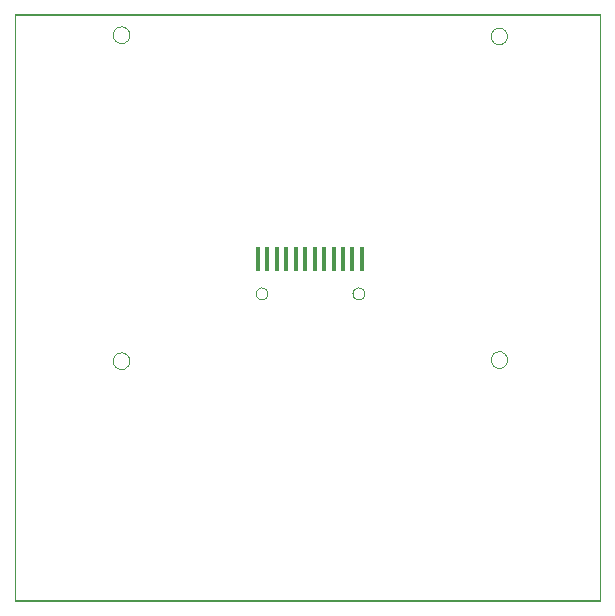
<source format=gtp>
G75*
G70*
%OFA0B0*%
%FSLAX24Y24*%
%IPPOS*%
%LPD*%
%AMOC8*
5,1,8,0,0,1.08239X$1,22.5*
%
%ADD10C,0.0000*%
%ADD11R,0.0157X0.0787*%
D10*
X000736Y000100D02*
X000736Y019663D01*
X020252Y019663D01*
X020252Y000100D01*
X000736Y000100D01*
X000750Y000128D02*
X000750Y019628D01*
X020250Y019628D01*
X020250Y000128D01*
X000750Y000128D01*
X004004Y008120D02*
X004006Y008153D01*
X004012Y008185D01*
X004021Y008216D01*
X004034Y008246D01*
X004051Y008274D01*
X004071Y008300D01*
X004094Y008324D01*
X004119Y008344D01*
X004147Y008362D01*
X004176Y008376D01*
X004207Y008386D01*
X004239Y008393D01*
X004272Y008396D01*
X004305Y008395D01*
X004337Y008390D01*
X004368Y008381D01*
X004399Y008369D01*
X004427Y008353D01*
X004454Y008334D01*
X004478Y008312D01*
X004499Y008287D01*
X004518Y008260D01*
X004533Y008231D01*
X004544Y008201D01*
X004552Y008169D01*
X004556Y008136D01*
X004556Y008104D01*
X004552Y008071D01*
X004544Y008039D01*
X004533Y008009D01*
X004518Y007980D01*
X004499Y007953D01*
X004478Y007928D01*
X004454Y007906D01*
X004427Y007887D01*
X004399Y007871D01*
X004368Y007859D01*
X004337Y007850D01*
X004305Y007845D01*
X004272Y007844D01*
X004239Y007847D01*
X004207Y007854D01*
X004176Y007864D01*
X004147Y007878D01*
X004119Y007896D01*
X004094Y007916D01*
X004071Y007940D01*
X004051Y007966D01*
X004034Y007994D01*
X004021Y008024D01*
X004012Y008055D01*
X004006Y008087D01*
X004004Y008120D01*
X008768Y010364D02*
X008770Y010391D01*
X008776Y010418D01*
X008785Y010444D01*
X008798Y010468D01*
X008814Y010491D01*
X008833Y010510D01*
X008855Y010527D01*
X008879Y010541D01*
X008904Y010551D01*
X008931Y010558D01*
X008958Y010561D01*
X008986Y010560D01*
X009013Y010555D01*
X009039Y010547D01*
X009063Y010535D01*
X009086Y010519D01*
X009107Y010501D01*
X009124Y010480D01*
X009139Y010456D01*
X009150Y010431D01*
X009158Y010405D01*
X009162Y010378D01*
X009162Y010350D01*
X009158Y010323D01*
X009150Y010297D01*
X009139Y010272D01*
X009124Y010248D01*
X009107Y010227D01*
X009086Y010209D01*
X009064Y010193D01*
X009039Y010181D01*
X009013Y010173D01*
X008986Y010168D01*
X008958Y010167D01*
X008931Y010170D01*
X008904Y010177D01*
X008879Y010187D01*
X008855Y010201D01*
X008833Y010218D01*
X008814Y010237D01*
X008798Y010260D01*
X008785Y010284D01*
X008776Y010310D01*
X008770Y010337D01*
X008768Y010364D01*
X011996Y010364D02*
X011998Y010391D01*
X012004Y010418D01*
X012013Y010444D01*
X012026Y010468D01*
X012042Y010491D01*
X012061Y010510D01*
X012083Y010527D01*
X012107Y010541D01*
X012132Y010551D01*
X012159Y010558D01*
X012186Y010561D01*
X012214Y010560D01*
X012241Y010555D01*
X012267Y010547D01*
X012291Y010535D01*
X012314Y010519D01*
X012335Y010501D01*
X012352Y010480D01*
X012367Y010456D01*
X012378Y010431D01*
X012386Y010405D01*
X012390Y010378D01*
X012390Y010350D01*
X012386Y010323D01*
X012378Y010297D01*
X012367Y010272D01*
X012352Y010248D01*
X012335Y010227D01*
X012314Y010209D01*
X012292Y010193D01*
X012267Y010181D01*
X012241Y010173D01*
X012214Y010168D01*
X012186Y010167D01*
X012159Y010170D01*
X012132Y010177D01*
X012107Y010187D01*
X012083Y010201D01*
X012061Y010218D01*
X012042Y010237D01*
X012026Y010260D01*
X012013Y010284D01*
X012004Y010310D01*
X011998Y010337D01*
X011996Y010364D01*
X016602Y008159D02*
X016604Y008192D01*
X016610Y008224D01*
X016619Y008255D01*
X016632Y008285D01*
X016649Y008313D01*
X016669Y008339D01*
X016692Y008363D01*
X016717Y008383D01*
X016745Y008401D01*
X016774Y008415D01*
X016805Y008425D01*
X016837Y008432D01*
X016870Y008435D01*
X016903Y008434D01*
X016935Y008429D01*
X016966Y008420D01*
X016997Y008408D01*
X017025Y008392D01*
X017052Y008373D01*
X017076Y008351D01*
X017097Y008326D01*
X017116Y008299D01*
X017131Y008270D01*
X017142Y008240D01*
X017150Y008208D01*
X017154Y008175D01*
X017154Y008143D01*
X017150Y008110D01*
X017142Y008078D01*
X017131Y008048D01*
X017116Y008019D01*
X017097Y007992D01*
X017076Y007967D01*
X017052Y007945D01*
X017025Y007926D01*
X016997Y007910D01*
X016966Y007898D01*
X016935Y007889D01*
X016903Y007884D01*
X016870Y007883D01*
X016837Y007886D01*
X016805Y007893D01*
X016774Y007903D01*
X016745Y007917D01*
X016717Y007935D01*
X016692Y007955D01*
X016669Y007979D01*
X016649Y008005D01*
X016632Y008033D01*
X016619Y008063D01*
X016610Y008094D01*
X016604Y008126D01*
X016602Y008159D01*
X016602Y018946D02*
X016604Y018979D01*
X016610Y019011D01*
X016619Y019042D01*
X016632Y019072D01*
X016649Y019100D01*
X016669Y019126D01*
X016692Y019150D01*
X016717Y019170D01*
X016745Y019188D01*
X016774Y019202D01*
X016805Y019212D01*
X016837Y019219D01*
X016870Y019222D01*
X016903Y019221D01*
X016935Y019216D01*
X016966Y019207D01*
X016997Y019195D01*
X017025Y019179D01*
X017052Y019160D01*
X017076Y019138D01*
X017097Y019113D01*
X017116Y019086D01*
X017131Y019057D01*
X017142Y019027D01*
X017150Y018995D01*
X017154Y018962D01*
X017154Y018930D01*
X017150Y018897D01*
X017142Y018865D01*
X017131Y018835D01*
X017116Y018806D01*
X017097Y018779D01*
X017076Y018754D01*
X017052Y018732D01*
X017025Y018713D01*
X016997Y018697D01*
X016966Y018685D01*
X016935Y018676D01*
X016903Y018671D01*
X016870Y018670D01*
X016837Y018673D01*
X016805Y018680D01*
X016774Y018690D01*
X016745Y018704D01*
X016717Y018722D01*
X016692Y018742D01*
X016669Y018766D01*
X016649Y018792D01*
X016632Y018820D01*
X016619Y018850D01*
X016610Y018881D01*
X016604Y018913D01*
X016602Y018946D01*
X004004Y018986D02*
X004006Y019019D01*
X004012Y019051D01*
X004021Y019082D01*
X004034Y019112D01*
X004051Y019140D01*
X004071Y019166D01*
X004094Y019190D01*
X004119Y019210D01*
X004147Y019228D01*
X004176Y019242D01*
X004207Y019252D01*
X004239Y019259D01*
X004272Y019262D01*
X004305Y019261D01*
X004337Y019256D01*
X004368Y019247D01*
X004399Y019235D01*
X004427Y019219D01*
X004454Y019200D01*
X004478Y019178D01*
X004499Y019153D01*
X004518Y019126D01*
X004533Y019097D01*
X004544Y019067D01*
X004552Y019035D01*
X004556Y019002D01*
X004556Y018970D01*
X004552Y018937D01*
X004544Y018905D01*
X004533Y018875D01*
X004518Y018846D01*
X004499Y018819D01*
X004478Y018794D01*
X004454Y018772D01*
X004427Y018753D01*
X004399Y018737D01*
X004368Y018725D01*
X004337Y018716D01*
X004305Y018711D01*
X004272Y018710D01*
X004239Y018713D01*
X004207Y018720D01*
X004176Y018730D01*
X004147Y018744D01*
X004119Y018762D01*
X004094Y018782D01*
X004071Y018806D01*
X004051Y018832D01*
X004034Y018860D01*
X004021Y018890D01*
X004012Y018921D01*
X004006Y018953D01*
X004004Y018986D01*
D11*
X008846Y011506D03*
X009161Y011506D03*
X009476Y011506D03*
X009791Y011506D03*
X010106Y011506D03*
X010421Y011506D03*
X010736Y011506D03*
X011051Y011506D03*
X011366Y011506D03*
X011681Y011506D03*
X011996Y011506D03*
X012311Y011506D03*
M02*

</source>
